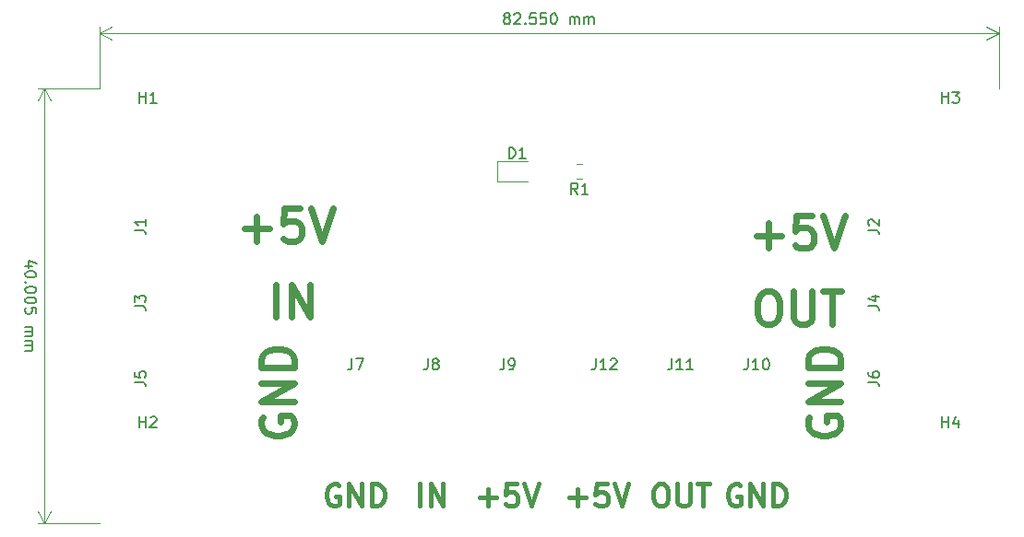
<source format=gbr>
G04 #@! TF.GenerationSoftware,KiCad,Pcbnew,(5.1.0-0)*
G04 #@! TF.CreationDate,2019-10-20T20:04:01+02:00*
G04 #@! TF.ProjectId,fllor2,666c6c6f-7232-42e6-9b69-6361645f7063,rev?*
G04 #@! TF.SameCoordinates,Original*
G04 #@! TF.FileFunction,Legend,Top*
G04 #@! TF.FilePolarity,Positive*
%FSLAX46Y46*%
G04 Gerber Fmt 4.6, Leading zero omitted, Abs format (unit mm)*
G04 Created by KiCad (PCBNEW (5.1.0-0)) date 2019-10-20 20:04:01*
%MOMM*%
%LPD*%
G04 APERTURE LIST*
%ADD10C,0.150000*%
%ADD11C,0.120000*%
%ADD12C,0.600000*%
%ADD13C,0.400000*%
G04 APERTURE END LIST*
D10*
X170672619Y17264047D02*
X170577380Y17311666D01*
X170529761Y17359285D01*
X170482142Y17454523D01*
X170482142Y17502142D01*
X170529761Y17597380D01*
X170577380Y17645000D01*
X170672619Y17692619D01*
X170863095Y17692619D01*
X170958333Y17645000D01*
X171005952Y17597380D01*
X171053571Y17502142D01*
X171053571Y17454523D01*
X171005952Y17359285D01*
X170958333Y17311666D01*
X170863095Y17264047D01*
X170672619Y17264047D01*
X170577380Y17216428D01*
X170529761Y17168809D01*
X170482142Y17073571D01*
X170482142Y16883095D01*
X170529761Y16787857D01*
X170577380Y16740238D01*
X170672619Y16692619D01*
X170863095Y16692619D01*
X170958333Y16740238D01*
X171005952Y16787857D01*
X171053571Y16883095D01*
X171053571Y17073571D01*
X171005952Y17168809D01*
X170958333Y17216428D01*
X170863095Y17264047D01*
X171434523Y17597380D02*
X171482142Y17645000D01*
X171577380Y17692619D01*
X171815476Y17692619D01*
X171910714Y17645000D01*
X171958333Y17597380D01*
X172005952Y17502142D01*
X172005952Y17406904D01*
X171958333Y17264047D01*
X171386904Y16692619D01*
X172005952Y16692619D01*
X172434523Y16787857D02*
X172482142Y16740238D01*
X172434523Y16692619D01*
X172386904Y16740238D01*
X172434523Y16787857D01*
X172434523Y16692619D01*
X173386904Y17692619D02*
X172910714Y17692619D01*
X172863095Y17216428D01*
X172910714Y17264047D01*
X173005952Y17311666D01*
X173244047Y17311666D01*
X173339285Y17264047D01*
X173386904Y17216428D01*
X173434523Y17121190D01*
X173434523Y16883095D01*
X173386904Y16787857D01*
X173339285Y16740238D01*
X173244047Y16692619D01*
X173005952Y16692619D01*
X172910714Y16740238D01*
X172863095Y16787857D01*
X174339285Y17692619D02*
X173863095Y17692619D01*
X173815476Y17216428D01*
X173863095Y17264047D01*
X173958333Y17311666D01*
X174196428Y17311666D01*
X174291666Y17264047D01*
X174339285Y17216428D01*
X174386904Y17121190D01*
X174386904Y16883095D01*
X174339285Y16787857D01*
X174291666Y16740238D01*
X174196428Y16692619D01*
X173958333Y16692619D01*
X173863095Y16740238D01*
X173815476Y16787857D01*
X175005952Y17692619D02*
X175101190Y17692619D01*
X175196428Y17645000D01*
X175244047Y17597380D01*
X175291666Y17502142D01*
X175339285Y17311666D01*
X175339285Y17073571D01*
X175291666Y16883095D01*
X175244047Y16787857D01*
X175196428Y16740238D01*
X175101190Y16692619D01*
X175005952Y16692619D01*
X174910714Y16740238D01*
X174863095Y16787857D01*
X174815476Y16883095D01*
X174767857Y17073571D01*
X174767857Y17311666D01*
X174815476Y17502142D01*
X174863095Y17597380D01*
X174910714Y17645000D01*
X175005952Y17692619D01*
X176529761Y16692619D02*
X176529761Y17359285D01*
X176529761Y17264047D02*
X176577380Y17311666D01*
X176672619Y17359285D01*
X176815476Y17359285D01*
X176910714Y17311666D01*
X176958333Y17216428D01*
X176958333Y16692619D01*
X176958333Y17216428D02*
X177005952Y17311666D01*
X177101190Y17359285D01*
X177244047Y17359285D01*
X177339285Y17311666D01*
X177386904Y17216428D01*
X177386904Y16692619D01*
X177863095Y16692619D02*
X177863095Y17359285D01*
X177863095Y17264047D02*
X177910714Y17311666D01*
X178005952Y17359285D01*
X178148809Y17359285D01*
X178244047Y17311666D01*
X178291666Y17216428D01*
X178291666Y16692619D01*
X178291666Y17216428D02*
X178339285Y17311666D01*
X178434523Y17359285D01*
X178577380Y17359285D01*
X178672619Y17311666D01*
X178720238Y17216428D01*
X178720238Y16692619D01*
D11*
X133350000Y15875000D02*
X215900000Y15875000D01*
X133350000Y10795000D02*
X133350000Y16461421D01*
X215900000Y10795000D02*
X215900000Y16461421D01*
X215900000Y15875000D02*
X214773496Y15288579D01*
X215900000Y15875000D02*
X214773496Y16461421D01*
X133350000Y15875000D02*
X134476504Y15288579D01*
X133350000Y15875000D02*
X134476504Y16461421D01*
D10*
X127214285Y-5540833D02*
X126547619Y-5540833D01*
X127595238Y-5302738D02*
X126880952Y-5064642D01*
X126880952Y-5683690D01*
X127547619Y-6255119D02*
X127547619Y-6350357D01*
X127500000Y-6445595D01*
X127452380Y-6493214D01*
X127357142Y-6540833D01*
X127166666Y-6588452D01*
X126928571Y-6588452D01*
X126738095Y-6540833D01*
X126642857Y-6493214D01*
X126595238Y-6445595D01*
X126547619Y-6350357D01*
X126547619Y-6255119D01*
X126595238Y-6159880D01*
X126642857Y-6112261D01*
X126738095Y-6064642D01*
X126928571Y-6017023D01*
X127166666Y-6017023D01*
X127357142Y-6064642D01*
X127452380Y-6112261D01*
X127500000Y-6159880D01*
X127547619Y-6255119D01*
X126642857Y-7017023D02*
X126595238Y-7064642D01*
X126547619Y-7017023D01*
X126595238Y-6969404D01*
X126642857Y-7017023D01*
X126547619Y-7017023D01*
X127547619Y-7683690D02*
X127547619Y-7778928D01*
X127500000Y-7874166D01*
X127452380Y-7921785D01*
X127357142Y-7969404D01*
X127166666Y-8017023D01*
X126928571Y-8017023D01*
X126738095Y-7969404D01*
X126642857Y-7921785D01*
X126595238Y-7874166D01*
X126547619Y-7778928D01*
X126547619Y-7683690D01*
X126595238Y-7588452D01*
X126642857Y-7540833D01*
X126738095Y-7493214D01*
X126928571Y-7445595D01*
X127166666Y-7445595D01*
X127357142Y-7493214D01*
X127452380Y-7540833D01*
X127500000Y-7588452D01*
X127547619Y-7683690D01*
X127547619Y-8636071D02*
X127547619Y-8731309D01*
X127500000Y-8826547D01*
X127452380Y-8874166D01*
X127357142Y-8921785D01*
X127166666Y-8969404D01*
X126928571Y-8969404D01*
X126738095Y-8921785D01*
X126642857Y-8874166D01*
X126595238Y-8826547D01*
X126547619Y-8731309D01*
X126547619Y-8636071D01*
X126595238Y-8540833D01*
X126642857Y-8493214D01*
X126738095Y-8445595D01*
X126928571Y-8397976D01*
X127166666Y-8397976D01*
X127357142Y-8445595D01*
X127452380Y-8493214D01*
X127500000Y-8540833D01*
X127547619Y-8636071D01*
X127547619Y-9874166D02*
X127547619Y-9397976D01*
X127071428Y-9350357D01*
X127119047Y-9397976D01*
X127166666Y-9493214D01*
X127166666Y-9731309D01*
X127119047Y-9826547D01*
X127071428Y-9874166D01*
X126976190Y-9921785D01*
X126738095Y-9921785D01*
X126642857Y-9874166D01*
X126595238Y-9826547D01*
X126547619Y-9731309D01*
X126547619Y-9493214D01*
X126595238Y-9397976D01*
X126642857Y-9350357D01*
X126547619Y-11112261D02*
X127214285Y-11112261D01*
X127119047Y-11112261D02*
X127166666Y-11159880D01*
X127214285Y-11255119D01*
X127214285Y-11397976D01*
X127166666Y-11493214D01*
X127071428Y-11540833D01*
X126547619Y-11540833D01*
X127071428Y-11540833D02*
X127166666Y-11588452D01*
X127214285Y-11683690D01*
X127214285Y-11826547D01*
X127166666Y-11921785D01*
X127071428Y-11969404D01*
X126547619Y-11969404D01*
X126547619Y-12445595D02*
X127214285Y-12445595D01*
X127119047Y-12445595D02*
X127166666Y-12493214D01*
X127214285Y-12588452D01*
X127214285Y-12731309D01*
X127166666Y-12826547D01*
X127071428Y-12874166D01*
X126547619Y-12874166D01*
X127071428Y-12874166D02*
X127166666Y-12921785D01*
X127214285Y-13017023D01*
X127214285Y-13159880D01*
X127166666Y-13255119D01*
X127071428Y-13302738D01*
X126547619Y-13302738D01*
D11*
X128270000Y10795000D02*
X128270000Y-29210000D01*
X133350000Y10795000D02*
X127683579Y10795000D01*
X133350000Y-29210000D02*
X127683579Y-29210000D01*
X128270000Y-29210000D02*
X127683579Y-28083496D01*
X128270000Y-29210000D02*
X128856421Y-28083496D01*
X128270000Y10795000D02*
X127683579Y9668496D01*
X128270000Y10795000D02*
X128856421Y9668496D01*
D12*
X148360000Y-19430714D02*
X148217142Y-19716428D01*
X148217142Y-20145000D01*
X148360000Y-20573571D01*
X148645714Y-20859285D01*
X148931428Y-21002142D01*
X149502857Y-21145000D01*
X149931428Y-21145000D01*
X150502857Y-21002142D01*
X150788571Y-20859285D01*
X151074285Y-20573571D01*
X151217142Y-20145000D01*
X151217142Y-19859285D01*
X151074285Y-19430714D01*
X150931428Y-19287857D01*
X149931428Y-19287857D01*
X149931428Y-19859285D01*
X151217142Y-18002142D02*
X148217142Y-18002142D01*
X151217142Y-16287857D01*
X148217142Y-16287857D01*
X151217142Y-14859285D02*
X148217142Y-14859285D01*
X148217142Y-14145000D01*
X148360000Y-13716428D01*
X148645714Y-13430714D01*
X148931428Y-13287857D01*
X149502857Y-13145000D01*
X149931428Y-13145000D01*
X150502857Y-13287857D01*
X150788571Y-13430714D01*
X151074285Y-13716428D01*
X151217142Y-14145000D01*
X151217142Y-14859285D01*
X149558571Y-10247142D02*
X149558571Y-7247142D01*
X150987142Y-10247142D02*
X150987142Y-7247142D01*
X152701428Y-10247142D01*
X152701428Y-7247142D01*
X194485000Y-7882142D02*
X195056428Y-7882142D01*
X195342142Y-8025000D01*
X195627857Y-8310714D01*
X195770714Y-8882142D01*
X195770714Y-9882142D01*
X195627857Y-10453571D01*
X195342142Y-10739285D01*
X195056428Y-10882142D01*
X194485000Y-10882142D01*
X194199285Y-10739285D01*
X193913571Y-10453571D01*
X193770714Y-9882142D01*
X193770714Y-8882142D01*
X193913571Y-8310714D01*
X194199285Y-8025000D01*
X194485000Y-7882142D01*
X197056428Y-7882142D02*
X197056428Y-10310714D01*
X197199285Y-10596428D01*
X197342142Y-10739285D01*
X197627857Y-10882142D01*
X198199285Y-10882142D01*
X198485000Y-10739285D01*
X198627857Y-10596428D01*
X198770714Y-10310714D01*
X198770714Y-7882142D01*
X199770714Y-7882142D02*
X201485000Y-7882142D01*
X200627857Y-10882142D02*
X200627857Y-7882142D01*
X198525000Y-19430714D02*
X198382142Y-19716428D01*
X198382142Y-20145000D01*
X198525000Y-20573571D01*
X198810714Y-20859285D01*
X199096428Y-21002142D01*
X199667857Y-21145000D01*
X200096428Y-21145000D01*
X200667857Y-21002142D01*
X200953571Y-20859285D01*
X201239285Y-20573571D01*
X201382142Y-20145000D01*
X201382142Y-19859285D01*
X201239285Y-19430714D01*
X201096428Y-19287857D01*
X200096428Y-19287857D01*
X200096428Y-19859285D01*
X201382142Y-18002142D02*
X198382142Y-18002142D01*
X201382142Y-16287857D01*
X198382142Y-16287857D01*
X201382142Y-14859285D02*
X198382142Y-14859285D01*
X198382142Y-14145000D01*
X198525000Y-13716428D01*
X198810714Y-13430714D01*
X199096428Y-13287857D01*
X199667857Y-13145000D01*
X200096428Y-13145000D01*
X200667857Y-13287857D01*
X200953571Y-13430714D01*
X201239285Y-13716428D01*
X201382142Y-14145000D01*
X201382142Y-14859285D01*
D13*
X184690000Y-25574761D02*
X185070952Y-25574761D01*
X185261428Y-25670000D01*
X185451904Y-25860476D01*
X185547142Y-26241428D01*
X185547142Y-26908095D01*
X185451904Y-27289047D01*
X185261428Y-27479523D01*
X185070952Y-27574761D01*
X184690000Y-27574761D01*
X184499523Y-27479523D01*
X184309047Y-27289047D01*
X184213809Y-26908095D01*
X184213809Y-26241428D01*
X184309047Y-25860476D01*
X184499523Y-25670000D01*
X184690000Y-25574761D01*
X186404285Y-25574761D02*
X186404285Y-27193809D01*
X186499523Y-27384285D01*
X186594761Y-27479523D01*
X186785238Y-27574761D01*
X187166190Y-27574761D01*
X187356666Y-27479523D01*
X187451904Y-27384285D01*
X187547142Y-27193809D01*
X187547142Y-25574761D01*
X188213809Y-25574761D02*
X189356666Y-25574761D01*
X188785238Y-27574761D02*
X188785238Y-25574761D01*
X162782380Y-27574761D02*
X162782380Y-25574761D01*
X163734761Y-27574761D02*
X163734761Y-25574761D01*
X164877619Y-27574761D01*
X164877619Y-25574761D01*
X155321190Y-25670000D02*
X155130714Y-25574761D01*
X154845000Y-25574761D01*
X154559285Y-25670000D01*
X154368809Y-25860476D01*
X154273571Y-26050952D01*
X154178333Y-26431904D01*
X154178333Y-26717619D01*
X154273571Y-27098571D01*
X154368809Y-27289047D01*
X154559285Y-27479523D01*
X154845000Y-27574761D01*
X155035476Y-27574761D01*
X155321190Y-27479523D01*
X155416428Y-27384285D01*
X155416428Y-26717619D01*
X155035476Y-26717619D01*
X156273571Y-27574761D02*
X156273571Y-25574761D01*
X157416428Y-27574761D01*
X157416428Y-25574761D01*
X158368809Y-27574761D02*
X158368809Y-25574761D01*
X158845000Y-25574761D01*
X159130714Y-25670000D01*
X159321190Y-25860476D01*
X159416428Y-26050952D01*
X159511666Y-26431904D01*
X159511666Y-26717619D01*
X159416428Y-27098571D01*
X159321190Y-27289047D01*
X159130714Y-27479523D01*
X158845000Y-27574761D01*
X158368809Y-27574761D01*
X192151190Y-25670000D02*
X191960714Y-25574761D01*
X191675000Y-25574761D01*
X191389285Y-25670000D01*
X191198809Y-25860476D01*
X191103571Y-26050952D01*
X191008333Y-26431904D01*
X191008333Y-26717619D01*
X191103571Y-27098571D01*
X191198809Y-27289047D01*
X191389285Y-27479523D01*
X191675000Y-27574761D01*
X191865476Y-27574761D01*
X192151190Y-27479523D01*
X192246428Y-27384285D01*
X192246428Y-26717619D01*
X191865476Y-26717619D01*
X193103571Y-27574761D02*
X193103571Y-25574761D01*
X194246428Y-27574761D01*
X194246428Y-25574761D01*
X195198809Y-27574761D02*
X195198809Y-25574761D01*
X195675000Y-25574761D01*
X195960714Y-25670000D01*
X196151190Y-25860476D01*
X196246428Y-26050952D01*
X196341666Y-26431904D01*
X196341666Y-26717619D01*
X196246428Y-27098571D01*
X196151190Y-27289047D01*
X195960714Y-27479523D01*
X195675000Y-27574761D01*
X195198809Y-27574761D01*
X176498571Y-26812857D02*
X178022380Y-26812857D01*
X177260476Y-27574761D02*
X177260476Y-26050952D01*
X179927142Y-25574761D02*
X178974761Y-25574761D01*
X178879523Y-26527142D01*
X178974761Y-26431904D01*
X179165238Y-26336666D01*
X179641428Y-26336666D01*
X179831904Y-26431904D01*
X179927142Y-26527142D01*
X180022380Y-26717619D01*
X180022380Y-27193809D01*
X179927142Y-27384285D01*
X179831904Y-27479523D01*
X179641428Y-27574761D01*
X179165238Y-27574761D01*
X178974761Y-27479523D01*
X178879523Y-27384285D01*
X180593809Y-25574761D02*
X181260476Y-27574761D01*
X181927142Y-25574761D01*
X168243571Y-26812857D02*
X169767380Y-26812857D01*
X169005476Y-27574761D02*
X169005476Y-26050952D01*
X171672142Y-25574761D02*
X170719761Y-25574761D01*
X170624523Y-26527142D01*
X170719761Y-26431904D01*
X170910238Y-26336666D01*
X171386428Y-26336666D01*
X171576904Y-26431904D01*
X171672142Y-26527142D01*
X171767380Y-26717619D01*
X171767380Y-27193809D01*
X171672142Y-27384285D01*
X171576904Y-27479523D01*
X171386428Y-27574761D01*
X170910238Y-27574761D01*
X170719761Y-27479523D01*
X170624523Y-27384285D01*
X172338809Y-25574761D02*
X173005476Y-27574761D01*
X173672142Y-25574761D01*
D12*
X193627857Y-2754285D02*
X195913571Y-2754285D01*
X194770714Y-3897142D02*
X194770714Y-1611428D01*
X198770714Y-897142D02*
X197342142Y-897142D01*
X197199285Y-2325714D01*
X197342142Y-2182857D01*
X197627857Y-2040000D01*
X198342142Y-2040000D01*
X198627857Y-2182857D01*
X198770714Y-2325714D01*
X198913571Y-2611428D01*
X198913571Y-3325714D01*
X198770714Y-3611428D01*
X198627857Y-3754285D01*
X198342142Y-3897142D01*
X197627857Y-3897142D01*
X197342142Y-3754285D01*
X197199285Y-3611428D01*
X199770714Y-897142D02*
X200770714Y-3897142D01*
X201770714Y-897142D01*
X146637857Y-2119285D02*
X148923571Y-2119285D01*
X147780714Y-3262142D02*
X147780714Y-976428D01*
X151780714Y-262142D02*
X150352142Y-262142D01*
X150209285Y-1690714D01*
X150352142Y-1547857D01*
X150637857Y-1405000D01*
X151352142Y-1405000D01*
X151637857Y-1547857D01*
X151780714Y-1690714D01*
X151923571Y-1976428D01*
X151923571Y-2690714D01*
X151780714Y-2976428D01*
X151637857Y-3119285D01*
X151352142Y-3262142D01*
X150637857Y-3262142D01*
X150352142Y-3119285D01*
X150209285Y-2976428D01*
X152780714Y-262142D02*
X153780714Y-3262142D01*
X154780714Y-262142D01*
D11*
X177671252Y3885000D02*
X177148748Y3885000D01*
X177671252Y2465000D02*
X177148748Y2465000D01*
X169835000Y2215000D02*
X172695000Y2215000D01*
X169835000Y4135000D02*
X169835000Y2215000D01*
X172695000Y4135000D02*
X169835000Y4135000D01*
D10*
X177243333Y1072619D02*
X176910000Y1548809D01*
X176671904Y1072619D02*
X176671904Y2072619D01*
X177052857Y2072619D01*
X177148095Y2025000D01*
X177195714Y1977380D01*
X177243333Y1882142D01*
X177243333Y1739285D01*
X177195714Y1644047D01*
X177148095Y1596428D01*
X177052857Y1548809D01*
X176671904Y1548809D01*
X178195714Y1072619D02*
X177624285Y1072619D01*
X177910000Y1072619D02*
X177910000Y2072619D01*
X177814761Y1929761D01*
X177719523Y1834523D01*
X177624285Y1786904D01*
X170956904Y4372619D02*
X170956904Y5372619D01*
X171195000Y5372619D01*
X171337857Y5325000D01*
X171433095Y5229761D01*
X171480714Y5134523D01*
X171528333Y4944047D01*
X171528333Y4801190D01*
X171480714Y4610714D01*
X171433095Y4515476D01*
X171337857Y4420238D01*
X171195000Y4372619D01*
X170956904Y4372619D01*
X172480714Y4372619D02*
X171909285Y4372619D01*
X172195000Y4372619D02*
X172195000Y5372619D01*
X172099761Y5229761D01*
X172004523Y5134523D01*
X171909285Y5086904D01*
X137033095Y9462619D02*
X137033095Y10462619D01*
X137033095Y9986428D02*
X137604523Y9986428D01*
X137604523Y9462619D02*
X137604523Y10462619D01*
X138604523Y9462619D02*
X138033095Y9462619D01*
X138318809Y9462619D02*
X138318809Y10462619D01*
X138223571Y10319761D01*
X138128333Y10224523D01*
X138033095Y10176904D01*
X137033095Y-20382380D02*
X137033095Y-19382380D01*
X137033095Y-19858571D02*
X137604523Y-19858571D01*
X137604523Y-20382380D02*
X137604523Y-19382380D01*
X138033095Y-19477619D02*
X138080714Y-19430000D01*
X138175952Y-19382380D01*
X138414047Y-19382380D01*
X138509285Y-19430000D01*
X138556904Y-19477619D01*
X138604523Y-19572857D01*
X138604523Y-19668095D01*
X138556904Y-19810952D01*
X137985476Y-20382380D01*
X138604523Y-20382380D01*
X210693095Y9462619D02*
X210693095Y10462619D01*
X210693095Y9986428D02*
X211264523Y9986428D01*
X211264523Y9462619D02*
X211264523Y10462619D01*
X211645476Y10462619D02*
X212264523Y10462619D01*
X211931190Y10081666D01*
X212074047Y10081666D01*
X212169285Y10034047D01*
X212216904Y9986428D01*
X212264523Y9891190D01*
X212264523Y9653095D01*
X212216904Y9557857D01*
X212169285Y9510238D01*
X212074047Y9462619D01*
X211788333Y9462619D01*
X211693095Y9510238D01*
X211645476Y9557857D01*
X210693095Y-20382380D02*
X210693095Y-19382380D01*
X210693095Y-19858571D02*
X211264523Y-19858571D01*
X211264523Y-20382380D02*
X211264523Y-19382380D01*
X212169285Y-19715714D02*
X212169285Y-20382380D01*
X211931190Y-19334761D02*
X211693095Y-20049047D01*
X212312142Y-20049047D01*
X136612380Y-2238333D02*
X137326666Y-2238333D01*
X137469523Y-2285952D01*
X137564761Y-2381190D01*
X137612380Y-2524047D01*
X137612380Y-2619285D01*
X137612380Y-1238333D02*
X137612380Y-1809761D01*
X137612380Y-1524047D02*
X136612380Y-1524047D01*
X136755238Y-1619285D01*
X136850476Y-1714523D01*
X136898095Y-1809761D01*
X203922380Y-2238333D02*
X204636666Y-2238333D01*
X204779523Y-2285952D01*
X204874761Y-2381190D01*
X204922380Y-2524047D01*
X204922380Y-2619285D01*
X204017619Y-1809761D02*
X203970000Y-1762142D01*
X203922380Y-1666904D01*
X203922380Y-1428809D01*
X203970000Y-1333571D01*
X204017619Y-1285952D01*
X204112857Y-1238333D01*
X204208095Y-1238333D01*
X204350952Y-1285952D01*
X204922380Y-1857380D01*
X204922380Y-1238333D01*
X136612380Y-9223333D02*
X137326666Y-9223333D01*
X137469523Y-9270952D01*
X137564761Y-9366190D01*
X137612380Y-9509047D01*
X137612380Y-9604285D01*
X136612380Y-8842380D02*
X136612380Y-8223333D01*
X136993333Y-8556666D01*
X136993333Y-8413809D01*
X137040952Y-8318571D01*
X137088571Y-8270952D01*
X137183809Y-8223333D01*
X137421904Y-8223333D01*
X137517142Y-8270952D01*
X137564761Y-8318571D01*
X137612380Y-8413809D01*
X137612380Y-8699523D01*
X137564761Y-8794761D01*
X137517142Y-8842380D01*
X203922380Y-9223333D02*
X204636666Y-9223333D01*
X204779523Y-9270952D01*
X204874761Y-9366190D01*
X204922380Y-9509047D01*
X204922380Y-9604285D01*
X204255714Y-8318571D02*
X204922380Y-8318571D01*
X203874761Y-8556666D02*
X204589047Y-8794761D01*
X204589047Y-8175714D01*
X136612380Y-16208333D02*
X137326666Y-16208333D01*
X137469523Y-16255952D01*
X137564761Y-16351190D01*
X137612380Y-16494047D01*
X137612380Y-16589285D01*
X136612380Y-15255952D02*
X136612380Y-15732142D01*
X137088571Y-15779761D01*
X137040952Y-15732142D01*
X136993333Y-15636904D01*
X136993333Y-15398809D01*
X137040952Y-15303571D01*
X137088571Y-15255952D01*
X137183809Y-15208333D01*
X137421904Y-15208333D01*
X137517142Y-15255952D01*
X137564761Y-15303571D01*
X137612380Y-15398809D01*
X137612380Y-15636904D01*
X137564761Y-15732142D01*
X137517142Y-15779761D01*
X203922380Y-16208333D02*
X204636666Y-16208333D01*
X204779523Y-16255952D01*
X204874761Y-16351190D01*
X204922380Y-16494047D01*
X204922380Y-16589285D01*
X203922380Y-15303571D02*
X203922380Y-15494047D01*
X203970000Y-15589285D01*
X204017619Y-15636904D01*
X204160476Y-15732142D01*
X204350952Y-15779761D01*
X204731904Y-15779761D01*
X204827142Y-15732142D01*
X204874761Y-15684523D01*
X204922380Y-15589285D01*
X204922380Y-15398809D01*
X204874761Y-15303571D01*
X204827142Y-15255952D01*
X204731904Y-15208333D01*
X204493809Y-15208333D01*
X204398571Y-15255952D01*
X204350952Y-15303571D01*
X204303333Y-15398809D01*
X204303333Y-15589285D01*
X204350952Y-15684523D01*
X204398571Y-15732142D01*
X204493809Y-15779761D01*
X156511666Y-14057380D02*
X156511666Y-14771666D01*
X156464047Y-14914523D01*
X156368809Y-15009761D01*
X156225952Y-15057380D01*
X156130714Y-15057380D01*
X156892619Y-14057380D02*
X157559285Y-14057380D01*
X157130714Y-15057380D01*
X163496666Y-14057380D02*
X163496666Y-14771666D01*
X163449047Y-14914523D01*
X163353809Y-15009761D01*
X163210952Y-15057380D01*
X163115714Y-15057380D01*
X164115714Y-14485952D02*
X164020476Y-14438333D01*
X163972857Y-14390714D01*
X163925238Y-14295476D01*
X163925238Y-14247857D01*
X163972857Y-14152619D01*
X164020476Y-14105000D01*
X164115714Y-14057380D01*
X164306190Y-14057380D01*
X164401428Y-14105000D01*
X164449047Y-14152619D01*
X164496666Y-14247857D01*
X164496666Y-14295476D01*
X164449047Y-14390714D01*
X164401428Y-14438333D01*
X164306190Y-14485952D01*
X164115714Y-14485952D01*
X164020476Y-14533571D01*
X163972857Y-14581190D01*
X163925238Y-14676428D01*
X163925238Y-14866904D01*
X163972857Y-14962142D01*
X164020476Y-15009761D01*
X164115714Y-15057380D01*
X164306190Y-15057380D01*
X164401428Y-15009761D01*
X164449047Y-14962142D01*
X164496666Y-14866904D01*
X164496666Y-14676428D01*
X164449047Y-14581190D01*
X164401428Y-14533571D01*
X164306190Y-14485952D01*
X170481666Y-14057380D02*
X170481666Y-14771666D01*
X170434047Y-14914523D01*
X170338809Y-15009761D01*
X170195952Y-15057380D01*
X170100714Y-15057380D01*
X171005476Y-15057380D02*
X171195952Y-15057380D01*
X171291190Y-15009761D01*
X171338809Y-14962142D01*
X171434047Y-14819285D01*
X171481666Y-14628809D01*
X171481666Y-14247857D01*
X171434047Y-14152619D01*
X171386428Y-14105000D01*
X171291190Y-14057380D01*
X171100714Y-14057380D01*
X171005476Y-14105000D01*
X170957857Y-14152619D01*
X170910238Y-14247857D01*
X170910238Y-14485952D01*
X170957857Y-14581190D01*
X171005476Y-14628809D01*
X171100714Y-14676428D01*
X171291190Y-14676428D01*
X171386428Y-14628809D01*
X171434047Y-14581190D01*
X171481666Y-14485952D01*
X192865476Y-14057380D02*
X192865476Y-14771666D01*
X192817857Y-14914523D01*
X192722619Y-15009761D01*
X192579761Y-15057380D01*
X192484523Y-15057380D01*
X193865476Y-15057380D02*
X193294047Y-15057380D01*
X193579761Y-15057380D02*
X193579761Y-14057380D01*
X193484523Y-14200238D01*
X193389285Y-14295476D01*
X193294047Y-14343095D01*
X194484523Y-14057380D02*
X194579761Y-14057380D01*
X194675000Y-14105000D01*
X194722619Y-14152619D01*
X194770238Y-14247857D01*
X194817857Y-14438333D01*
X194817857Y-14676428D01*
X194770238Y-14866904D01*
X194722619Y-14962142D01*
X194675000Y-15009761D01*
X194579761Y-15057380D01*
X194484523Y-15057380D01*
X194389285Y-15009761D01*
X194341666Y-14962142D01*
X194294047Y-14866904D01*
X194246428Y-14676428D01*
X194246428Y-14438333D01*
X194294047Y-14247857D01*
X194341666Y-14152619D01*
X194389285Y-14105000D01*
X194484523Y-14057380D01*
X185880476Y-14057380D02*
X185880476Y-14771666D01*
X185832857Y-14914523D01*
X185737619Y-15009761D01*
X185594761Y-15057380D01*
X185499523Y-15057380D01*
X186880476Y-15057380D02*
X186309047Y-15057380D01*
X186594761Y-15057380D02*
X186594761Y-14057380D01*
X186499523Y-14200238D01*
X186404285Y-14295476D01*
X186309047Y-14343095D01*
X187832857Y-15057380D02*
X187261428Y-15057380D01*
X187547142Y-15057380D02*
X187547142Y-14057380D01*
X187451904Y-14200238D01*
X187356666Y-14295476D01*
X187261428Y-14343095D01*
X178895476Y-14057380D02*
X178895476Y-14771666D01*
X178847857Y-14914523D01*
X178752619Y-15009761D01*
X178609761Y-15057380D01*
X178514523Y-15057380D01*
X179895476Y-15057380D02*
X179324047Y-15057380D01*
X179609761Y-15057380D02*
X179609761Y-14057380D01*
X179514523Y-14200238D01*
X179419285Y-14295476D01*
X179324047Y-14343095D01*
X180276428Y-14152619D02*
X180324047Y-14105000D01*
X180419285Y-14057380D01*
X180657380Y-14057380D01*
X180752619Y-14105000D01*
X180800238Y-14152619D01*
X180847857Y-14247857D01*
X180847857Y-14343095D01*
X180800238Y-14485952D01*
X180228809Y-15057380D01*
X180847857Y-15057380D01*
M02*

</source>
